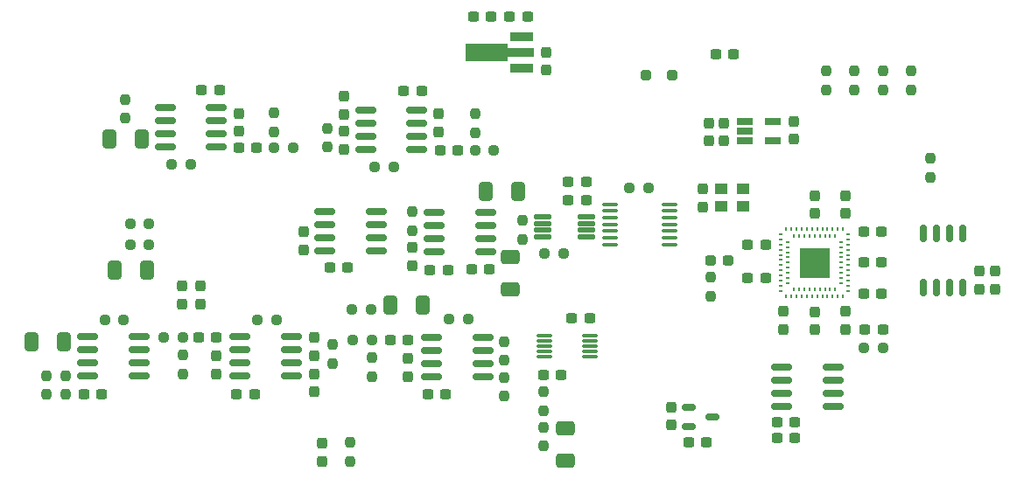
<source format=gtp>
G04 #@! TF.GenerationSoftware,KiCad,Pcbnew,8.0.8*
G04 #@! TF.CreationDate,2025-01-24T13:44:02-06:00*
G04 #@! TF.ProjectId,delay_pedal,64656c61-795f-4706-9564-616c2e6b6963,rev?*
G04 #@! TF.SameCoordinates,Original*
G04 #@! TF.FileFunction,Paste,Top*
G04 #@! TF.FilePolarity,Positive*
%FSLAX46Y46*%
G04 Gerber Fmt 4.6, Leading zero omitted, Abs format (unit mm)*
G04 Created by KiCad (PCBNEW 8.0.8) date 2025-01-24 13:44:02*
%MOMM*%
%LPD*%
G01*
G04 APERTURE LIST*
G04 Aperture macros list*
%AMRoundRect*
0 Rectangle with rounded corners*
0 $1 Rounding radius*
0 $2 $3 $4 $5 $6 $7 $8 $9 X,Y pos of 4 corners*
0 Add a 4 corners polygon primitive as box body*
4,1,4,$2,$3,$4,$5,$6,$7,$8,$9,$2,$3,0*
0 Add four circle primitives for the rounded corners*
1,1,$1+$1,$2,$3*
1,1,$1+$1,$4,$5*
1,1,$1+$1,$6,$7*
1,1,$1+$1,$8,$9*
0 Add four rect primitives between the rounded corners*
20,1,$1+$1,$2,$3,$4,$5,0*
20,1,$1+$1,$4,$5,$6,$7,0*
20,1,$1+$1,$6,$7,$8,$9,0*
20,1,$1+$1,$8,$9,$2,$3,0*%
%AMFreePoly0*
4,1,9,5.362500,-0.866500,1.237500,-0.866500,1.237500,-0.450000,-1.237500,-0.450000,-1.237500,0.450000,1.237500,0.450000,1.237500,0.866500,5.362500,0.866500,5.362500,-0.866500,5.362500,-0.866500,$1*%
G04 Aperture macros list end*
%ADD10C,0.010000*%
%ADD11RoundRect,0.150000X-0.512500X-0.150000X0.512500X-0.150000X0.512500X0.150000X-0.512500X0.150000X0*%
%ADD12RoundRect,0.237500X-0.237500X0.250000X-0.237500X-0.250000X0.237500X-0.250000X0.237500X0.250000X0*%
%ADD13RoundRect,0.237500X-0.237500X0.300000X-0.237500X-0.300000X0.237500X-0.300000X0.237500X0.300000X0*%
%ADD14RoundRect,0.237500X0.300000X0.237500X-0.300000X0.237500X-0.300000X-0.237500X0.300000X-0.237500X0*%
%ADD15RoundRect,0.237500X0.237500X-0.300000X0.237500X0.300000X-0.237500X0.300000X-0.237500X-0.300000X0*%
%ADD16RoundRect,0.237500X0.237500X-0.250000X0.237500X0.250000X-0.237500X0.250000X-0.237500X-0.250000X0*%
%ADD17RoundRect,0.237500X-0.250000X-0.237500X0.250000X-0.237500X0.250000X0.237500X-0.250000X0.237500X0*%
%ADD18RoundRect,0.237500X-0.237500X0.287500X-0.237500X-0.287500X0.237500X-0.287500X0.237500X0.287500X0*%
%ADD19RoundRect,0.150000X-0.825000X-0.150000X0.825000X-0.150000X0.825000X0.150000X-0.825000X0.150000X0*%
%ADD20RoundRect,0.125000X-0.687500X-0.125000X0.687500X-0.125000X0.687500X0.125000X-0.687500X0.125000X0*%
%ADD21RoundRect,0.237500X-0.287500X-0.237500X0.287500X-0.237500X0.287500X0.237500X-0.287500X0.237500X0*%
%ADD22RoundRect,0.237500X0.250000X0.237500X-0.250000X0.237500X-0.250000X-0.237500X0.250000X-0.237500X0*%
%ADD23RoundRect,0.237500X-0.300000X-0.237500X0.300000X-0.237500X0.300000X0.237500X-0.300000X0.237500X0*%
%ADD24RoundRect,0.237500X0.237500X-0.287500X0.237500X0.287500X-0.237500X0.287500X-0.237500X-0.287500X0*%
%ADD25R,2.300000X0.900000*%
%ADD26FreePoly0,180.000000*%
%ADD27RoundRect,0.075000X-0.650000X-0.075000X0.650000X-0.075000X0.650000X0.075000X-0.650000X0.075000X0*%
%ADD28RoundRect,0.150000X0.825000X0.150000X-0.825000X0.150000X-0.825000X-0.150000X0.825000X-0.150000X0*%
%ADD29R,1.560000X0.650000*%
%ADD30RoundRect,0.250000X0.412500X0.650000X-0.412500X0.650000X-0.412500X-0.650000X0.412500X-0.650000X0*%
%ADD31R,0.400000X0.220000*%
%ADD32R,0.220000X0.400000*%
%ADD33RoundRect,0.250000X0.250000X0.250000X-0.250000X0.250000X-0.250000X-0.250000X0.250000X-0.250000X0*%
%ADD34RoundRect,0.250000X-0.650000X0.412500X-0.650000X-0.412500X0.650000X-0.412500X0.650000X0.412500X0*%
%ADD35RoundRect,0.150000X0.150000X-0.675000X0.150000X0.675000X-0.150000X0.675000X-0.150000X-0.675000X0*%
%ADD36RoundRect,0.250000X-0.412500X-0.650000X0.412500X-0.650000X0.412500X0.650000X-0.412500X0.650000X0*%
%ADD37RoundRect,0.100000X0.637500X0.100000X-0.637500X0.100000X-0.637500X-0.100000X0.637500X-0.100000X0*%
%ADD38RoundRect,0.250000X0.650000X-0.412500X0.650000X0.412500X-0.650000X0.412500X-0.650000X-0.412500X0*%
%ADD39R,1.300000X1.100000*%
G04 APERTURE END LIST*
D10*
X182705614Y-103556414D02*
X179922014Y-103556414D01*
X179922014Y-100772814D01*
X182705614Y-100772814D01*
X182705614Y-103556414D01*
G36*
X182705614Y-103556414D02*
G01*
X179922014Y-103556414D01*
X179922014Y-100772814D01*
X182705614Y-100772814D01*
X182705614Y-103556414D01*
G37*
D11*
X169162500Y-116150000D03*
X169162500Y-118050000D03*
X171437500Y-117100000D03*
D12*
X155087500Y-118125000D03*
X155087500Y-119950000D03*
D13*
X170500000Y-95037500D03*
X170500000Y-96762500D03*
D14*
X112364214Y-114929214D03*
X110639214Y-114929214D03*
D15*
X135764214Y-87794214D03*
X135764214Y-86069214D03*
D16*
X120201714Y-112929214D03*
X120201714Y-111104214D03*
D17*
X136575000Y-106700000D03*
X138400000Y-106700000D03*
D13*
X171064214Y-88639214D03*
X171064214Y-90364214D03*
D18*
X120164214Y-104414214D03*
X120164214Y-106164214D03*
D13*
X167414214Y-116189214D03*
X167414214Y-117914214D03*
D19*
X144514214Y-97319214D03*
X144514214Y-98589214D03*
X144514214Y-99859214D03*
X144514214Y-101129214D03*
X149464214Y-101129214D03*
X149464214Y-99859214D03*
X149464214Y-98589214D03*
X149464214Y-97319214D03*
D12*
X171250000Y-103587500D03*
X171250000Y-105412500D03*
D20*
X155026714Y-97729214D03*
X155026714Y-98379214D03*
X155026714Y-99029214D03*
X155026714Y-99679214D03*
X159251714Y-99679214D03*
X159251714Y-99029214D03*
X159251714Y-98379214D03*
X159251714Y-97729214D03*
D21*
X171250000Y-102000000D03*
X173000000Y-102000000D03*
D16*
X142414214Y-99071714D03*
X142414214Y-97246714D03*
D17*
X145976714Y-107629214D03*
X147801714Y-107629214D03*
D22*
X120201714Y-109429214D03*
X118376714Y-109429214D03*
D23*
X140251714Y-109684214D03*
X141976714Y-109684214D03*
D24*
X133664214Y-121414214D03*
X133664214Y-119664214D03*
D15*
X135764214Y-91194214D03*
X135764214Y-89469214D03*
D12*
X192500000Y-92087500D03*
X192500000Y-93912500D03*
X155100000Y-114675000D03*
X155100000Y-116500000D03*
D17*
X148464214Y-91269214D03*
X150289214Y-91269214D03*
D14*
X145826714Y-102879214D03*
X144101714Y-102879214D03*
D16*
X187914214Y-85414214D03*
X187914214Y-83589214D03*
D13*
X178314214Y-106914214D03*
X178314214Y-108639214D03*
X131914214Y-99189214D03*
X131914214Y-100914214D03*
D14*
X149876714Y-102829214D03*
X148151714Y-102829214D03*
D19*
X178150000Y-112260000D03*
X178150000Y-113530000D03*
X178150000Y-114800000D03*
X178150000Y-116070000D03*
X183100000Y-116070000D03*
X183100000Y-114800000D03*
X183100000Y-113530000D03*
X183100000Y-112260000D03*
D17*
X163425000Y-94914214D03*
X165250000Y-94914214D03*
D12*
X107014214Y-113124214D03*
X107014214Y-114949214D03*
D16*
X114614214Y-88176714D03*
X114614214Y-86351714D03*
D22*
X116914214Y-100414214D03*
X115089214Y-100414214D03*
D23*
X155076714Y-113029214D03*
X156801714Y-113029214D03*
X169137500Y-119600000D03*
X170862500Y-119600000D03*
D13*
X184314214Y-106914214D03*
X184314214Y-108639214D03*
X123451714Y-111204214D03*
X123451714Y-112929214D03*
D25*
X152964214Y-83314214D03*
D26*
X152876714Y-81814214D03*
D25*
X152964214Y-80314214D03*
D22*
X157012500Y-101300000D03*
X155187500Y-101300000D03*
D27*
X155151714Y-109279214D03*
X155151714Y-109779214D03*
X155151714Y-110279214D03*
X155151714Y-110779214D03*
X155151714Y-111279214D03*
X159551714Y-111279214D03*
X159551714Y-110779214D03*
X159551714Y-110279214D03*
X159551714Y-109779214D03*
X159551714Y-109279214D03*
D24*
X121914214Y-106164214D03*
X121914214Y-104414214D03*
D12*
X153100000Y-98075000D03*
X153100000Y-99900000D03*
D14*
X150039214Y-78314214D03*
X148314214Y-78314214D03*
D13*
X198750000Y-103000000D03*
X198750000Y-104725000D03*
D23*
X157475000Y-94350000D03*
X159200000Y-94350000D03*
D28*
X142839214Y-91174214D03*
X142839214Y-89904214D03*
X142839214Y-88634214D03*
X142839214Y-87364214D03*
X137889214Y-87364214D03*
X137889214Y-88634214D03*
X137889214Y-89904214D03*
X137889214Y-91174214D03*
D17*
X119114214Y-92664214D03*
X120939214Y-92664214D03*
D14*
X146789214Y-91269214D03*
X145064214Y-91269214D03*
D29*
X174564214Y-88464214D03*
X174564214Y-89414214D03*
X174564214Y-90364214D03*
X177264214Y-90364214D03*
X177264214Y-88464214D03*
D30*
X116200000Y-90200000D03*
X113075000Y-90200000D03*
D13*
X181314214Y-106939214D03*
X181314214Y-108664214D03*
D15*
X125614214Y-89426714D03*
X125614214Y-87701714D03*
D28*
X123464214Y-90974214D03*
X123464214Y-89704214D03*
X123464214Y-88434214D03*
X123464214Y-87164214D03*
X118514214Y-87164214D03*
X118514214Y-88434214D03*
X118514214Y-89704214D03*
X118514214Y-90974214D03*
D17*
X115089214Y-98414214D03*
X116914214Y-98414214D03*
D31*
X178064214Y-99414214D03*
X178064214Y-99914214D03*
X178064214Y-100414214D03*
X178064214Y-100914214D03*
X178064214Y-101414214D03*
X178064214Y-101914214D03*
X178064214Y-102414214D03*
X178064214Y-102914214D03*
X178064214Y-103414214D03*
X178064214Y-103914214D03*
X178064214Y-104414214D03*
X178064214Y-104914214D03*
D32*
X178564214Y-105414214D03*
X179064214Y-105414214D03*
X179564214Y-105414214D03*
X180064214Y-105414214D03*
X180564214Y-105414214D03*
X181064214Y-105414214D03*
X181564214Y-105414214D03*
X182064214Y-105414214D03*
X182564214Y-105414214D03*
X183064214Y-105414214D03*
X183564214Y-105414214D03*
X184064214Y-105414214D03*
D31*
X184564214Y-104914214D03*
X184564214Y-104414214D03*
X184564214Y-103914214D03*
X184564214Y-103414214D03*
X184564214Y-102914214D03*
X184564214Y-102414214D03*
X184564214Y-101914214D03*
X184564214Y-101414214D03*
X184564214Y-100914214D03*
X184564214Y-100414214D03*
X184564214Y-99914214D03*
X184564214Y-99414214D03*
D32*
X184064214Y-98914214D03*
X183564214Y-98914214D03*
X183064214Y-98914214D03*
X182564214Y-98914214D03*
X182064214Y-98914214D03*
X181564214Y-98914214D03*
X181064214Y-98914214D03*
X180564214Y-98914214D03*
X180064214Y-98914214D03*
X179564214Y-98914214D03*
X179064214Y-98914214D03*
X178564214Y-98914214D03*
D31*
X178714214Y-100164214D03*
X178714214Y-100664214D03*
X178714214Y-101164214D03*
X178714214Y-101664214D03*
X178714214Y-102164214D03*
X178714214Y-102664214D03*
X178714214Y-103164214D03*
X178714214Y-103664214D03*
X178714214Y-104164214D03*
D32*
X179314214Y-104764214D03*
X179814214Y-104764214D03*
X180314214Y-104764214D03*
X180814214Y-104764214D03*
X181314214Y-104764214D03*
X181814214Y-104764214D03*
X182314214Y-104764214D03*
X182814214Y-104764214D03*
X183314214Y-104764214D03*
D31*
X183914214Y-104164214D03*
X183914214Y-103664214D03*
X183914214Y-103164214D03*
X183914214Y-102664214D03*
X183914214Y-102164214D03*
X183914214Y-101664214D03*
X183914214Y-101164214D03*
X183914214Y-100664214D03*
X183914214Y-100164214D03*
D32*
X183314214Y-99564214D03*
X182814214Y-99564214D03*
X182314214Y-99564214D03*
X181814214Y-99564214D03*
X181314214Y-99564214D03*
X180814214Y-99564214D03*
X180314214Y-99564214D03*
X179814214Y-99564214D03*
X179314214Y-99564214D03*
D19*
X133964214Y-97259214D03*
X133964214Y-98529214D03*
X133964214Y-99799214D03*
X133964214Y-101069214D03*
X138914214Y-101069214D03*
X138914214Y-99799214D03*
X138914214Y-98529214D03*
X138914214Y-97259214D03*
D13*
X141976714Y-111459214D03*
X141976714Y-113184214D03*
D33*
X167500000Y-84000000D03*
X165000000Y-84000000D03*
D13*
X132951714Y-112954214D03*
X132951714Y-114679214D03*
D16*
X136414214Y-121414214D03*
X136414214Y-119589214D03*
D22*
X138476714Y-109684214D03*
X136651714Y-109684214D03*
D13*
X172564214Y-88639214D03*
X172564214Y-90364214D03*
D23*
X157475000Y-96100000D03*
X159200000Y-96100000D03*
D16*
X182414214Y-85414214D03*
X182414214Y-83589214D03*
D15*
X144964214Y-89494214D03*
X144964214Y-87769214D03*
D16*
X108826714Y-114936714D03*
X108826714Y-113111714D03*
D14*
X127114214Y-114929214D03*
X125389214Y-114929214D03*
D23*
X186189214Y-108664214D03*
X187914214Y-108664214D03*
X141564214Y-85500000D03*
X143289214Y-85500000D03*
X186089214Y-105164214D03*
X187814214Y-105164214D03*
D19*
X144276714Y-109374214D03*
X144276714Y-110644214D03*
X144276714Y-111914214D03*
X144276714Y-113184214D03*
X149226714Y-113184214D03*
X149226714Y-111914214D03*
X149226714Y-110644214D03*
X149226714Y-109374214D03*
D23*
X121726714Y-109429214D03*
X123451714Y-109429214D03*
D15*
X155314214Y-83539214D03*
X155314214Y-81814214D03*
D13*
X142414214Y-100734214D03*
X142414214Y-102459214D03*
D34*
X157200000Y-118237500D03*
X157200000Y-121362500D03*
D12*
X129014214Y-87651714D03*
X129014214Y-89476714D03*
D17*
X129014214Y-91064214D03*
X130839214Y-91064214D03*
D16*
X185164214Y-85414214D03*
X185164214Y-83589214D03*
D17*
X138764214Y-92869214D03*
X140589214Y-92869214D03*
D22*
X114476714Y-107724214D03*
X112651714Y-107724214D03*
D23*
X122014214Y-85414214D03*
X123739214Y-85414214D03*
D30*
X152662500Y-95300000D03*
X149537500Y-95300000D03*
X143400000Y-106300000D03*
X140275000Y-106300000D03*
D17*
X186089214Y-110414214D03*
X187914214Y-110414214D03*
D12*
X134164214Y-89169214D03*
X134164214Y-90994214D03*
D35*
X191845000Y-104625000D03*
X193115000Y-104625000D03*
X194385000Y-104625000D03*
X195655000Y-104625000D03*
X195655000Y-99375000D03*
X194385000Y-99375000D03*
X193115000Y-99375000D03*
X191845000Y-99375000D03*
D30*
X116700000Y-102900000D03*
X113575000Y-102900000D03*
D14*
X179400000Y-119165000D03*
X177675000Y-119165000D03*
D19*
X125751714Y-109369214D03*
X125751714Y-110639214D03*
X125751714Y-111909214D03*
X125751714Y-113179214D03*
X130701714Y-113179214D03*
X130701714Y-111909214D03*
X130701714Y-110639214D03*
X130701714Y-109369214D03*
D16*
X190664214Y-85414214D03*
X190664214Y-83589214D03*
D14*
X136164214Y-102664214D03*
X134439214Y-102664214D03*
D23*
X186064214Y-102164214D03*
X187789214Y-102164214D03*
D14*
X176564214Y-100414214D03*
X174839214Y-100414214D03*
D13*
X132951714Y-109454214D03*
X132951714Y-111179214D03*
D16*
X138476714Y-113184214D03*
X138476714Y-111359214D03*
D13*
X197250000Y-103000000D03*
X197250000Y-104725000D03*
D14*
X159551714Y-107529214D03*
X157826714Y-107529214D03*
X153539214Y-78314214D03*
X151814214Y-78314214D03*
X127339214Y-91064214D03*
X125614214Y-91064214D03*
D13*
X179314214Y-88501714D03*
X179314214Y-90226714D03*
D14*
X179400000Y-117665000D03*
X177675000Y-117665000D03*
D19*
X111001714Y-109369214D03*
X111001714Y-110639214D03*
X111001714Y-111909214D03*
X111001714Y-113179214D03*
X115951714Y-113179214D03*
X115951714Y-111909214D03*
X115951714Y-110639214D03*
X115951714Y-109369214D03*
D14*
X176564214Y-103664214D03*
X174839214Y-103664214D03*
X145639214Y-114934214D03*
X143914214Y-114934214D03*
D36*
X105537500Y-109800000D03*
X108662500Y-109800000D03*
D22*
X129251714Y-107679214D03*
X127426714Y-107679214D03*
D23*
X186089214Y-99164214D03*
X187814214Y-99164214D03*
X171775000Y-82000000D03*
X173500000Y-82000000D03*
D15*
X184314214Y-97414214D03*
X184314214Y-95689214D03*
D12*
X148464214Y-87769214D03*
X148464214Y-89594214D03*
X151301714Y-109804214D03*
X151301714Y-111629214D03*
D37*
X167251714Y-100404214D03*
X167251714Y-99754214D03*
X167251714Y-99104214D03*
X167251714Y-98454214D03*
X167251714Y-97804214D03*
X167251714Y-97154214D03*
X167251714Y-96504214D03*
X161526714Y-96504214D03*
X161526714Y-97154214D03*
X161526714Y-97804214D03*
X161526714Y-98454214D03*
X161526714Y-99104214D03*
X161526714Y-99754214D03*
X161526714Y-100404214D03*
D16*
X134701714Y-111929214D03*
X134701714Y-110104214D03*
D15*
X181314214Y-97414214D03*
X181314214Y-95689214D03*
D38*
X151900000Y-104762500D03*
X151900000Y-101637500D03*
D12*
X151300000Y-113275000D03*
X151300000Y-115100000D03*
D39*
X172300000Y-96700000D03*
X174400000Y-96700000D03*
X174400000Y-95050000D03*
X172300000Y-95050000D03*
M02*

</source>
